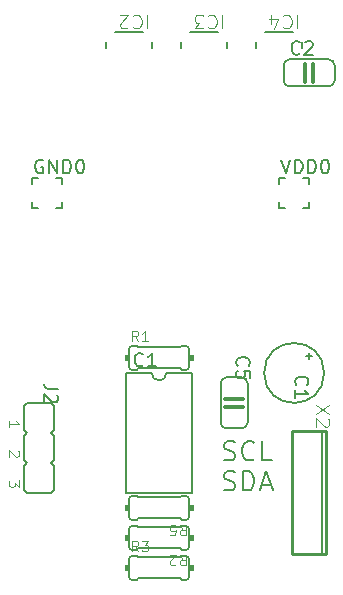
<source format=gbr>
%TF.GenerationSoftware,KiCad,Pcbnew,8.0.6*%
%TF.CreationDate,2025-06-26T12:50:08+02:00*%
%TF.ProjectId,PCF8583 1v3,50434638-3538-4332-9031-76332e6b6963,rev?*%
%TF.SameCoordinates,Original*%
%TF.FileFunction,Legend,Top*%
%TF.FilePolarity,Positive*%
%FSLAX46Y46*%
G04 Gerber Fmt 4.6, Leading zero omitted, Abs format (unit mm)*
G04 Created by KiCad (PCBNEW 8.0.6) date 2025-06-26 12:50:08*
%MOMM*%
%LPD*%
G01*
G04 APERTURE LIST*
%ADD10C,0.142240*%
%ADD11C,0.127000*%
%ADD12C,0.099060*%
%ADD13C,0.101600*%
%ADD14C,0.118872*%
%ADD15C,0.152400*%
%ADD16C,0.000000*%
%ADD17C,0.304800*%
%ADD18C,0.203200*%
%ADD19C,0.254000*%
G04 APERTURE END LIST*
D10*
X152881251Y-118683124D02*
X153114931Y-118761017D01*
X153114931Y-118761017D02*
X153504398Y-118761017D01*
X153504398Y-118761017D02*
X153660184Y-118683124D01*
X153660184Y-118683124D02*
X153738078Y-118605230D01*
X153738078Y-118605230D02*
X153815971Y-118449444D01*
X153815971Y-118449444D02*
X153815971Y-118293657D01*
X153815971Y-118293657D02*
X153738078Y-118137870D01*
X153738078Y-118137870D02*
X153660184Y-118059977D01*
X153660184Y-118059977D02*
X153504398Y-117982084D01*
X153504398Y-117982084D02*
X153192824Y-117904190D01*
X153192824Y-117904190D02*
X153037038Y-117826297D01*
X153037038Y-117826297D02*
X152959144Y-117748404D01*
X152959144Y-117748404D02*
X152881251Y-117592617D01*
X152881251Y-117592617D02*
X152881251Y-117436830D01*
X152881251Y-117436830D02*
X152959144Y-117281044D01*
X152959144Y-117281044D02*
X153037038Y-117203150D01*
X153037038Y-117203150D02*
X153192824Y-117125257D01*
X153192824Y-117125257D02*
X153582291Y-117125257D01*
X153582291Y-117125257D02*
X153815971Y-117203150D01*
X155451731Y-118605230D02*
X155373838Y-118683124D01*
X155373838Y-118683124D02*
X155140158Y-118761017D01*
X155140158Y-118761017D02*
X154984371Y-118761017D01*
X154984371Y-118761017D02*
X154750691Y-118683124D01*
X154750691Y-118683124D02*
X154594905Y-118527337D01*
X154594905Y-118527337D02*
X154517011Y-118371550D01*
X154517011Y-118371550D02*
X154439118Y-118059977D01*
X154439118Y-118059977D02*
X154439118Y-117826297D01*
X154439118Y-117826297D02*
X154517011Y-117514724D01*
X154517011Y-117514724D02*
X154594905Y-117358937D01*
X154594905Y-117358937D02*
X154750691Y-117203150D01*
X154750691Y-117203150D02*
X154984371Y-117125257D01*
X154984371Y-117125257D02*
X155140158Y-117125257D01*
X155140158Y-117125257D02*
X155373838Y-117203150D01*
X155373838Y-117203150D02*
X155451731Y-117281044D01*
X156931705Y-118761017D02*
X156152771Y-118761017D01*
X156152771Y-118761017D02*
X156152771Y-117125257D01*
X152881251Y-121223124D02*
X153114931Y-121301017D01*
X153114931Y-121301017D02*
X153504398Y-121301017D01*
X153504398Y-121301017D02*
X153660184Y-121223124D01*
X153660184Y-121223124D02*
X153738078Y-121145230D01*
X153738078Y-121145230D02*
X153815971Y-120989444D01*
X153815971Y-120989444D02*
X153815971Y-120833657D01*
X153815971Y-120833657D02*
X153738078Y-120677870D01*
X153738078Y-120677870D02*
X153660184Y-120599977D01*
X153660184Y-120599977D02*
X153504398Y-120522084D01*
X153504398Y-120522084D02*
X153192824Y-120444190D01*
X153192824Y-120444190D02*
X153037038Y-120366297D01*
X153037038Y-120366297D02*
X152959144Y-120288404D01*
X152959144Y-120288404D02*
X152881251Y-120132617D01*
X152881251Y-120132617D02*
X152881251Y-119976830D01*
X152881251Y-119976830D02*
X152959144Y-119821044D01*
X152959144Y-119821044D02*
X153037038Y-119743150D01*
X153037038Y-119743150D02*
X153192824Y-119665257D01*
X153192824Y-119665257D02*
X153582291Y-119665257D01*
X153582291Y-119665257D02*
X153815971Y-119743150D01*
X154517011Y-121301017D02*
X154517011Y-119665257D01*
X154517011Y-119665257D02*
X154906478Y-119665257D01*
X154906478Y-119665257D02*
X155140158Y-119743150D01*
X155140158Y-119743150D02*
X155295945Y-119898937D01*
X155295945Y-119898937D02*
X155373838Y-120054724D01*
X155373838Y-120054724D02*
X155451731Y-120366297D01*
X155451731Y-120366297D02*
X155451731Y-120599977D01*
X155451731Y-120599977D02*
X155373838Y-120911550D01*
X155373838Y-120911550D02*
X155295945Y-121067337D01*
X155295945Y-121067337D02*
X155140158Y-121223124D01*
X155140158Y-121223124D02*
X154906478Y-121301017D01*
X154906478Y-121301017D02*
X154517011Y-121301017D01*
X156074878Y-120833657D02*
X156853811Y-120833657D01*
X155919091Y-121301017D02*
X156464345Y-119665257D01*
X156464345Y-119665257D02*
X157009598Y-121301017D01*
D11*
X144830794Y-110795714D02*
X144830794Y-109652714D01*
X146028223Y-110686857D02*
X145973795Y-110741286D01*
X145973795Y-110741286D02*
X145810509Y-110795714D01*
X145810509Y-110795714D02*
X145701652Y-110795714D01*
X145701652Y-110795714D02*
X145538366Y-110741286D01*
X145538366Y-110741286D02*
X145429509Y-110632428D01*
X145429509Y-110632428D02*
X145375080Y-110523571D01*
X145375080Y-110523571D02*
X145320652Y-110305857D01*
X145320652Y-110305857D02*
X145320652Y-110142571D01*
X145320652Y-110142571D02*
X145375080Y-109924857D01*
X145375080Y-109924857D02*
X145429509Y-109816000D01*
X145429509Y-109816000D02*
X145538366Y-109707143D01*
X145538366Y-109707143D02*
X145701652Y-109652714D01*
X145701652Y-109652714D02*
X145810509Y-109652714D01*
X145810509Y-109652714D02*
X145973795Y-109707143D01*
X145973795Y-109707143D02*
X146028223Y-109761571D01*
X147116795Y-110795714D02*
X146463652Y-110795714D01*
X146790223Y-110795714D02*
X146790223Y-109652714D01*
X146790223Y-109652714D02*
X146681366Y-109816000D01*
X146681366Y-109816000D02*
X146572509Y-109924857D01*
X146572509Y-109924857D02*
X146463652Y-109979286D01*
D12*
X145642993Y-108668941D02*
X145345813Y-108244398D01*
X145133542Y-108668941D02*
X145133542Y-107777401D01*
X145133542Y-107777401D02*
X145473176Y-107777401D01*
X145473176Y-107777401D02*
X145558085Y-107819855D01*
X145558085Y-107819855D02*
X145600539Y-107862309D01*
X145600539Y-107862309D02*
X145642993Y-107947218D01*
X145642993Y-107947218D02*
X145642993Y-108074581D01*
X145642993Y-108074581D02*
X145600539Y-108159489D01*
X145600539Y-108159489D02*
X145558085Y-108201944D01*
X145558085Y-108201944D02*
X145473176Y-108244398D01*
X145473176Y-108244398D02*
X145133542Y-108244398D01*
X146492079Y-108668941D02*
X145982628Y-108668941D01*
X146237353Y-108668941D02*
X146237353Y-107777401D01*
X146237353Y-107777401D02*
X146152445Y-107904764D01*
X146152445Y-107904764D02*
X146067536Y-107989672D01*
X146067536Y-107989672D02*
X145982628Y-108032127D01*
D11*
X159014132Y-112371762D02*
X158959704Y-112317334D01*
X158959704Y-112317334D02*
X158905275Y-112154048D01*
X158905275Y-112154048D02*
X158905275Y-112045191D01*
X158905275Y-112045191D02*
X158959704Y-111881905D01*
X158959704Y-111881905D02*
X159068561Y-111773048D01*
X159068561Y-111773048D02*
X159177418Y-111718619D01*
X159177418Y-111718619D02*
X159395132Y-111664191D01*
X159395132Y-111664191D02*
X159558418Y-111664191D01*
X159558418Y-111664191D02*
X159776132Y-111718619D01*
X159776132Y-111718619D02*
X159884989Y-111773048D01*
X159884989Y-111773048D02*
X159993846Y-111881905D01*
X159993846Y-111881905D02*
X160048275Y-112045191D01*
X160048275Y-112045191D02*
X160048275Y-112154048D01*
X160048275Y-112154048D02*
X159993846Y-112317334D01*
X159993846Y-112317334D02*
X159939418Y-112371762D01*
X158905275Y-113460334D02*
X158905275Y-112807191D01*
X158905275Y-113133762D02*
X160048275Y-113133762D01*
X160048275Y-113133762D02*
X159884989Y-113024905D01*
X159884989Y-113024905D02*
X159776132Y-112916048D01*
X159776132Y-112916048D02*
X159721704Y-112807191D01*
D12*
X149149206Y-126728258D02*
X149446386Y-127152801D01*
X149658657Y-126728258D02*
X149658657Y-127619798D01*
X149658657Y-127619798D02*
X149319023Y-127619798D01*
X149319023Y-127619798D02*
X149234114Y-127577344D01*
X149234114Y-127577344D02*
X149191660Y-127534890D01*
X149191660Y-127534890D02*
X149149206Y-127449981D01*
X149149206Y-127449981D02*
X149149206Y-127322618D01*
X149149206Y-127322618D02*
X149191660Y-127237710D01*
X149191660Y-127237710D02*
X149234114Y-127195255D01*
X149234114Y-127195255D02*
X149319023Y-127152801D01*
X149319023Y-127152801D02*
X149658657Y-127152801D01*
X148809571Y-127534890D02*
X148767117Y-127577344D01*
X148767117Y-127577344D02*
X148682209Y-127619798D01*
X148682209Y-127619798D02*
X148469937Y-127619798D01*
X148469937Y-127619798D02*
X148385029Y-127577344D01*
X148385029Y-127577344D02*
X148342574Y-127534890D01*
X148342574Y-127534890D02*
X148300120Y-127449981D01*
X148300120Y-127449981D02*
X148300120Y-127365073D01*
X148300120Y-127365073D02*
X148342574Y-127237710D01*
X148342574Y-127237710D02*
X148852026Y-126728258D01*
X148852026Y-126728258D02*
X148300120Y-126728258D01*
X149149206Y-124188258D02*
X149446386Y-124612801D01*
X149658657Y-124188258D02*
X149658657Y-125079798D01*
X149658657Y-125079798D02*
X149319023Y-125079798D01*
X149319023Y-125079798D02*
X149234114Y-125037344D01*
X149234114Y-125037344D02*
X149191660Y-124994890D01*
X149191660Y-124994890D02*
X149149206Y-124909981D01*
X149149206Y-124909981D02*
X149149206Y-124782618D01*
X149149206Y-124782618D02*
X149191660Y-124697710D01*
X149191660Y-124697710D02*
X149234114Y-124655255D01*
X149234114Y-124655255D02*
X149319023Y-124612801D01*
X149319023Y-124612801D02*
X149658657Y-124612801D01*
X148342574Y-125079798D02*
X148767117Y-125079798D01*
X148767117Y-125079798D02*
X148809571Y-124655255D01*
X148809571Y-124655255D02*
X148767117Y-124697710D01*
X148767117Y-124697710D02*
X148682209Y-124740164D01*
X148682209Y-124740164D02*
X148469937Y-124740164D01*
X148469937Y-124740164D02*
X148385029Y-124697710D01*
X148385029Y-124697710D02*
X148342574Y-124655255D01*
X148342574Y-124655255D02*
X148300120Y-124570347D01*
X148300120Y-124570347D02*
X148300120Y-124358075D01*
X148300120Y-124358075D02*
X148342574Y-124273167D01*
X148342574Y-124273167D02*
X148385029Y-124230713D01*
X148385029Y-124230713D02*
X148469937Y-124188258D01*
X148469937Y-124188258D02*
X148682209Y-124188258D01*
X148682209Y-124188258D02*
X148767117Y-124230713D01*
X148767117Y-124230713D02*
X148809571Y-124273167D01*
D11*
X154061132Y-110720762D02*
X154006704Y-110666334D01*
X154006704Y-110666334D02*
X153952275Y-110503048D01*
X153952275Y-110503048D02*
X153952275Y-110394191D01*
X153952275Y-110394191D02*
X154006704Y-110230905D01*
X154006704Y-110230905D02*
X154115561Y-110122048D01*
X154115561Y-110122048D02*
X154224418Y-110067619D01*
X154224418Y-110067619D02*
X154442132Y-110013191D01*
X154442132Y-110013191D02*
X154605418Y-110013191D01*
X154605418Y-110013191D02*
X154823132Y-110067619D01*
X154823132Y-110067619D02*
X154931989Y-110122048D01*
X154931989Y-110122048D02*
X155040846Y-110230905D01*
X155040846Y-110230905D02*
X155095275Y-110394191D01*
X155095275Y-110394191D02*
X155095275Y-110503048D01*
X155095275Y-110503048D02*
X155040846Y-110666334D01*
X155040846Y-110666334D02*
X154986418Y-110720762D01*
X155095275Y-111754905D02*
X155095275Y-111210619D01*
X155095275Y-111210619D02*
X154550989Y-111156191D01*
X154550989Y-111156191D02*
X154605418Y-111210619D01*
X154605418Y-111210619D02*
X154659846Y-111319477D01*
X154659846Y-111319477D02*
X154659846Y-111591619D01*
X154659846Y-111591619D02*
X154605418Y-111700477D01*
X154605418Y-111700477D02*
X154550989Y-111754905D01*
X154550989Y-111754905D02*
X154442132Y-111809334D01*
X154442132Y-111809334D02*
X154169989Y-111809334D01*
X154169989Y-111809334D02*
X154061132Y-111754905D01*
X154061132Y-111754905D02*
X154006704Y-111700477D01*
X154006704Y-111700477D02*
X153952275Y-111591619D01*
X153952275Y-111591619D02*
X153952275Y-111319477D01*
X153952275Y-111319477D02*
X154006704Y-111210619D01*
X154006704Y-111210619D02*
X154061132Y-111156191D01*
D13*
X146416067Y-81016873D02*
X146416067Y-82185273D01*
X145192029Y-81128150D02*
X145247667Y-81072512D01*
X145247667Y-81072512D02*
X145414581Y-81016873D01*
X145414581Y-81016873D02*
X145525857Y-81016873D01*
X145525857Y-81016873D02*
X145692772Y-81072512D01*
X145692772Y-81072512D02*
X145804048Y-81183788D01*
X145804048Y-81183788D02*
X145859686Y-81295064D01*
X145859686Y-81295064D02*
X145915324Y-81517616D01*
X145915324Y-81517616D02*
X145915324Y-81684531D01*
X145915324Y-81684531D02*
X145859686Y-81907083D01*
X145859686Y-81907083D02*
X145804048Y-82018359D01*
X145804048Y-82018359D02*
X145692772Y-82129635D01*
X145692772Y-82129635D02*
X145525857Y-82185273D01*
X145525857Y-82185273D02*
X145414581Y-82185273D01*
X145414581Y-82185273D02*
X145247667Y-82129635D01*
X145247667Y-82129635D02*
X145192029Y-82073997D01*
X144746924Y-82073997D02*
X144691286Y-82129635D01*
X144691286Y-82129635D02*
X144580010Y-82185273D01*
X144580010Y-82185273D02*
X144301819Y-82185273D01*
X144301819Y-82185273D02*
X144190543Y-82129635D01*
X144190543Y-82129635D02*
X144134905Y-82073997D01*
X144134905Y-82073997D02*
X144079267Y-81962721D01*
X144079267Y-81962721D02*
X144079267Y-81851445D01*
X144079267Y-81851445D02*
X144134905Y-81684531D01*
X144134905Y-81684531D02*
X144802562Y-81016873D01*
X144802562Y-81016873D02*
X144079267Y-81016873D01*
D11*
X138839275Y-112698334D02*
X138022846Y-112698334D01*
X138022846Y-112698334D02*
X137859561Y-112643905D01*
X137859561Y-112643905D02*
X137750704Y-112535048D01*
X137750704Y-112535048D02*
X137696275Y-112371762D01*
X137696275Y-112371762D02*
X137696275Y-112262905D01*
X138730418Y-113188191D02*
X138784846Y-113242619D01*
X138784846Y-113242619D02*
X138839275Y-113351477D01*
X138839275Y-113351477D02*
X138839275Y-113623619D01*
X138839275Y-113623619D02*
X138784846Y-113732477D01*
X138784846Y-113732477D02*
X138730418Y-113786905D01*
X138730418Y-113786905D02*
X138621561Y-113841334D01*
X138621561Y-113841334D02*
X138512704Y-113841334D01*
X138512704Y-113841334D02*
X138349418Y-113786905D01*
X138349418Y-113786905D02*
X137696275Y-113133762D01*
X137696275Y-113133762D02*
X137696275Y-113841334D01*
D14*
X135553692Y-120441337D02*
X135553692Y-120980978D01*
X135553692Y-120980978D02*
X135221605Y-120690402D01*
X135221605Y-120690402D02*
X135221605Y-120814935D01*
X135221605Y-120814935D02*
X135180094Y-120897957D01*
X135180094Y-120897957D02*
X135138583Y-120939467D01*
X135138583Y-120939467D02*
X135055561Y-120980978D01*
X135055561Y-120980978D02*
X134848007Y-120980978D01*
X134848007Y-120980978D02*
X134764985Y-120939467D01*
X134764985Y-120939467D02*
X134723475Y-120897957D01*
X134723475Y-120897957D02*
X134681964Y-120814935D01*
X134681964Y-120814935D02*
X134681964Y-120565870D01*
X134681964Y-120565870D02*
X134723475Y-120482848D01*
X134723475Y-120482848D02*
X134764985Y-120441337D01*
X135470670Y-117942848D02*
X135512181Y-117984359D01*
X135512181Y-117984359D02*
X135553692Y-118067381D01*
X135553692Y-118067381D02*
X135553692Y-118274935D01*
X135553692Y-118274935D02*
X135512181Y-118357957D01*
X135512181Y-118357957D02*
X135470670Y-118399467D01*
X135470670Y-118399467D02*
X135387648Y-118440978D01*
X135387648Y-118440978D02*
X135304627Y-118440978D01*
X135304627Y-118440978D02*
X135180094Y-118399467D01*
X135180094Y-118399467D02*
X134681964Y-117901337D01*
X134681964Y-117901337D02*
X134681964Y-118440978D01*
X134681964Y-115900978D02*
X134681964Y-115402848D01*
X134681964Y-115651913D02*
X135553692Y-115651913D01*
X135553692Y-115651913D02*
X135429159Y-115568891D01*
X135429159Y-115568891D02*
X135346137Y-115485870D01*
X135346137Y-115485870D02*
X135304627Y-115402848D01*
D11*
X157748509Y-93295114D02*
X158129509Y-94438114D01*
X158129509Y-94438114D02*
X158510509Y-93295114D01*
X158891508Y-94438114D02*
X158891508Y-93295114D01*
X158891508Y-93295114D02*
X159163651Y-93295114D01*
X159163651Y-93295114D02*
X159326937Y-93349543D01*
X159326937Y-93349543D02*
X159435794Y-93458400D01*
X159435794Y-93458400D02*
X159490223Y-93567257D01*
X159490223Y-93567257D02*
X159544651Y-93784971D01*
X159544651Y-93784971D02*
X159544651Y-93948257D01*
X159544651Y-93948257D02*
X159490223Y-94165971D01*
X159490223Y-94165971D02*
X159435794Y-94274828D01*
X159435794Y-94274828D02*
X159326937Y-94383686D01*
X159326937Y-94383686D02*
X159163651Y-94438114D01*
X159163651Y-94438114D02*
X158891508Y-94438114D01*
X160034508Y-94438114D02*
X160034508Y-93295114D01*
X160034508Y-93295114D02*
X160306651Y-93295114D01*
X160306651Y-93295114D02*
X160469937Y-93349543D01*
X160469937Y-93349543D02*
X160578794Y-93458400D01*
X160578794Y-93458400D02*
X160633223Y-93567257D01*
X160633223Y-93567257D02*
X160687651Y-93784971D01*
X160687651Y-93784971D02*
X160687651Y-93948257D01*
X160687651Y-93948257D02*
X160633223Y-94165971D01*
X160633223Y-94165971D02*
X160578794Y-94274828D01*
X160578794Y-94274828D02*
X160469937Y-94383686D01*
X160469937Y-94383686D02*
X160306651Y-94438114D01*
X160306651Y-94438114D02*
X160034508Y-94438114D01*
X161395223Y-93295114D02*
X161504080Y-93295114D01*
X161504080Y-93295114D02*
X161612937Y-93349543D01*
X161612937Y-93349543D02*
X161667366Y-93403971D01*
X161667366Y-93403971D02*
X161721794Y-93512828D01*
X161721794Y-93512828D02*
X161776223Y-93730543D01*
X161776223Y-93730543D02*
X161776223Y-94002686D01*
X161776223Y-94002686D02*
X161721794Y-94220400D01*
X161721794Y-94220400D02*
X161667366Y-94329257D01*
X161667366Y-94329257D02*
X161612937Y-94383686D01*
X161612937Y-94383686D02*
X161504080Y-94438114D01*
X161504080Y-94438114D02*
X161395223Y-94438114D01*
X161395223Y-94438114D02*
X161286366Y-94383686D01*
X161286366Y-94383686D02*
X161231937Y-94329257D01*
X161231937Y-94329257D02*
X161177508Y-94220400D01*
X161177508Y-94220400D02*
X161123080Y-94002686D01*
X161123080Y-94002686D02*
X161123080Y-93730543D01*
X161123080Y-93730543D02*
X161177508Y-93512828D01*
X161177508Y-93512828D02*
X161231937Y-93403971D01*
X161231937Y-93403971D02*
X161286366Y-93349543D01*
X161286366Y-93349543D02*
X161395223Y-93295114D01*
X137555509Y-93349543D02*
X137446652Y-93295114D01*
X137446652Y-93295114D02*
X137283366Y-93295114D01*
X137283366Y-93295114D02*
X137120080Y-93349543D01*
X137120080Y-93349543D02*
X137011223Y-93458400D01*
X137011223Y-93458400D02*
X136956794Y-93567257D01*
X136956794Y-93567257D02*
X136902366Y-93784971D01*
X136902366Y-93784971D02*
X136902366Y-93948257D01*
X136902366Y-93948257D02*
X136956794Y-94165971D01*
X136956794Y-94165971D02*
X137011223Y-94274828D01*
X137011223Y-94274828D02*
X137120080Y-94383686D01*
X137120080Y-94383686D02*
X137283366Y-94438114D01*
X137283366Y-94438114D02*
X137392223Y-94438114D01*
X137392223Y-94438114D02*
X137555509Y-94383686D01*
X137555509Y-94383686D02*
X137609937Y-94329257D01*
X137609937Y-94329257D02*
X137609937Y-93948257D01*
X137609937Y-93948257D02*
X137392223Y-93948257D01*
X138099794Y-94438114D02*
X138099794Y-93295114D01*
X138099794Y-93295114D02*
X138752937Y-94438114D01*
X138752937Y-94438114D02*
X138752937Y-93295114D01*
X139297223Y-94438114D02*
X139297223Y-93295114D01*
X139297223Y-93295114D02*
X139569366Y-93295114D01*
X139569366Y-93295114D02*
X139732652Y-93349543D01*
X139732652Y-93349543D02*
X139841509Y-93458400D01*
X139841509Y-93458400D02*
X139895938Y-93567257D01*
X139895938Y-93567257D02*
X139950366Y-93784971D01*
X139950366Y-93784971D02*
X139950366Y-93948257D01*
X139950366Y-93948257D02*
X139895938Y-94165971D01*
X139895938Y-94165971D02*
X139841509Y-94274828D01*
X139841509Y-94274828D02*
X139732652Y-94383686D01*
X139732652Y-94383686D02*
X139569366Y-94438114D01*
X139569366Y-94438114D02*
X139297223Y-94438114D01*
X140657938Y-93295114D02*
X140766795Y-93295114D01*
X140766795Y-93295114D02*
X140875652Y-93349543D01*
X140875652Y-93349543D02*
X140930081Y-93403971D01*
X140930081Y-93403971D02*
X140984509Y-93512828D01*
X140984509Y-93512828D02*
X141038938Y-93730543D01*
X141038938Y-93730543D02*
X141038938Y-94002686D01*
X141038938Y-94002686D02*
X140984509Y-94220400D01*
X140984509Y-94220400D02*
X140930081Y-94329257D01*
X140930081Y-94329257D02*
X140875652Y-94383686D01*
X140875652Y-94383686D02*
X140766795Y-94438114D01*
X140766795Y-94438114D02*
X140657938Y-94438114D01*
X140657938Y-94438114D02*
X140549081Y-94383686D01*
X140549081Y-94383686D02*
X140494652Y-94329257D01*
X140494652Y-94329257D02*
X140440223Y-94220400D01*
X140440223Y-94220400D02*
X140385795Y-94002686D01*
X140385795Y-94002686D02*
X140385795Y-93730543D01*
X140385795Y-93730543D02*
X140440223Y-93512828D01*
X140440223Y-93512828D02*
X140494652Y-93403971D01*
X140494652Y-93403971D02*
X140549081Y-93349543D01*
X140549081Y-93349543D02*
X140657938Y-93295114D01*
D13*
X161823745Y-114049148D02*
X160655345Y-114828081D01*
X161823745Y-114828081D02*
X160655345Y-114049148D01*
X161712469Y-115217548D02*
X161768107Y-115273186D01*
X161768107Y-115273186D02*
X161823745Y-115384462D01*
X161823745Y-115384462D02*
X161823745Y-115662653D01*
X161823745Y-115662653D02*
X161768107Y-115773929D01*
X161768107Y-115773929D02*
X161712469Y-115829567D01*
X161712469Y-115829567D02*
X161601193Y-115885205D01*
X161601193Y-115885205D02*
X161489917Y-115885205D01*
X161489917Y-115885205D02*
X161323003Y-115829567D01*
X161323003Y-115829567D02*
X160655345Y-115161910D01*
X160655345Y-115161910D02*
X160655345Y-115885205D01*
D12*
X145642993Y-126448941D02*
X145345813Y-126024398D01*
X145133542Y-126448941D02*
X145133542Y-125557401D01*
X145133542Y-125557401D02*
X145473176Y-125557401D01*
X145473176Y-125557401D02*
X145558085Y-125599855D01*
X145558085Y-125599855D02*
X145600539Y-125642309D01*
X145600539Y-125642309D02*
X145642993Y-125727218D01*
X145642993Y-125727218D02*
X145642993Y-125854581D01*
X145642993Y-125854581D02*
X145600539Y-125939489D01*
X145600539Y-125939489D02*
X145558085Y-125981944D01*
X145558085Y-125981944D02*
X145473176Y-126024398D01*
X145473176Y-126024398D02*
X145133542Y-126024398D01*
X145940173Y-125557401D02*
X146492079Y-125557401D01*
X146492079Y-125557401D02*
X146194899Y-125897035D01*
X146194899Y-125897035D02*
X146322262Y-125897035D01*
X146322262Y-125897035D02*
X146407171Y-125939489D01*
X146407171Y-125939489D02*
X146449625Y-125981944D01*
X146449625Y-125981944D02*
X146492079Y-126066852D01*
X146492079Y-126066852D02*
X146492079Y-126279124D01*
X146492079Y-126279124D02*
X146449625Y-126364032D01*
X146449625Y-126364032D02*
X146407171Y-126406487D01*
X146407171Y-126406487D02*
X146322262Y-126448941D01*
X146322262Y-126448941D02*
X146067536Y-126448941D01*
X146067536Y-126448941D02*
X145982628Y-126406487D01*
X145982628Y-126406487D02*
X145940173Y-126364032D01*
D13*
X152766067Y-81016873D02*
X152766067Y-82185273D01*
X151542029Y-81128150D02*
X151597667Y-81072512D01*
X151597667Y-81072512D02*
X151764581Y-81016873D01*
X151764581Y-81016873D02*
X151875857Y-81016873D01*
X151875857Y-81016873D02*
X152042772Y-81072512D01*
X152042772Y-81072512D02*
X152154048Y-81183788D01*
X152154048Y-81183788D02*
X152209686Y-81295064D01*
X152209686Y-81295064D02*
X152265324Y-81517616D01*
X152265324Y-81517616D02*
X152265324Y-81684531D01*
X152265324Y-81684531D02*
X152209686Y-81907083D01*
X152209686Y-81907083D02*
X152154048Y-82018359D01*
X152154048Y-82018359D02*
X152042772Y-82129635D01*
X152042772Y-82129635D02*
X151875857Y-82185273D01*
X151875857Y-82185273D02*
X151764581Y-82185273D01*
X151764581Y-82185273D02*
X151597667Y-82129635D01*
X151597667Y-82129635D02*
X151542029Y-82073997D01*
X151152562Y-82185273D02*
X150429267Y-82185273D01*
X150429267Y-82185273D02*
X150818734Y-81740169D01*
X150818734Y-81740169D02*
X150651819Y-81740169D01*
X150651819Y-81740169D02*
X150540543Y-81684531D01*
X150540543Y-81684531D02*
X150484905Y-81628892D01*
X150484905Y-81628892D02*
X150429267Y-81517616D01*
X150429267Y-81517616D02*
X150429267Y-81239426D01*
X150429267Y-81239426D02*
X150484905Y-81128150D01*
X150484905Y-81128150D02*
X150540543Y-81072512D01*
X150540543Y-81072512D02*
X150651819Y-81016873D01*
X150651819Y-81016873D02*
X150985648Y-81016873D01*
X150985648Y-81016873D02*
X151096924Y-81072512D01*
X151096924Y-81072512D02*
X151152562Y-81128150D01*
X159116067Y-81016873D02*
X159116067Y-82185273D01*
X157892029Y-81128150D02*
X157947667Y-81072512D01*
X157947667Y-81072512D02*
X158114581Y-81016873D01*
X158114581Y-81016873D02*
X158225857Y-81016873D01*
X158225857Y-81016873D02*
X158392772Y-81072512D01*
X158392772Y-81072512D02*
X158504048Y-81183788D01*
X158504048Y-81183788D02*
X158559686Y-81295064D01*
X158559686Y-81295064D02*
X158615324Y-81517616D01*
X158615324Y-81517616D02*
X158615324Y-81684531D01*
X158615324Y-81684531D02*
X158559686Y-81907083D01*
X158559686Y-81907083D02*
X158504048Y-82018359D01*
X158504048Y-82018359D02*
X158392772Y-82129635D01*
X158392772Y-82129635D02*
X158225857Y-82185273D01*
X158225857Y-82185273D02*
X158114581Y-82185273D01*
X158114581Y-82185273D02*
X157947667Y-82129635D01*
X157947667Y-82129635D02*
X157892029Y-82073997D01*
X156890543Y-81795807D02*
X156890543Y-81016873D01*
X157168734Y-82240912D02*
X157446924Y-81406340D01*
X157446924Y-81406340D02*
X156723629Y-81406340D01*
D11*
X159326937Y-84296257D02*
X159272509Y-84350686D01*
X159272509Y-84350686D02*
X159109223Y-84405114D01*
X159109223Y-84405114D02*
X159000366Y-84405114D01*
X159000366Y-84405114D02*
X158837080Y-84350686D01*
X158837080Y-84350686D02*
X158728223Y-84241828D01*
X158728223Y-84241828D02*
X158673794Y-84132971D01*
X158673794Y-84132971D02*
X158619366Y-83915257D01*
X158619366Y-83915257D02*
X158619366Y-83751971D01*
X158619366Y-83751971D02*
X158673794Y-83534257D01*
X158673794Y-83534257D02*
X158728223Y-83425400D01*
X158728223Y-83425400D02*
X158837080Y-83316543D01*
X158837080Y-83316543D02*
X159000366Y-83262114D01*
X159000366Y-83262114D02*
X159109223Y-83262114D01*
X159109223Y-83262114D02*
X159272509Y-83316543D01*
X159272509Y-83316543D02*
X159326937Y-83370971D01*
X159762366Y-83370971D02*
X159816794Y-83316543D01*
X159816794Y-83316543D02*
X159925652Y-83262114D01*
X159925652Y-83262114D02*
X160197794Y-83262114D01*
X160197794Y-83262114D02*
X160306652Y-83316543D01*
X160306652Y-83316543D02*
X160361080Y-83370971D01*
X160361080Y-83370971D02*
X160415509Y-83479828D01*
X160415509Y-83479828D02*
X160415509Y-83588686D01*
X160415509Y-83588686D02*
X160361080Y-83751971D01*
X160361080Y-83751971D02*
X159707937Y-84405114D01*
X159707937Y-84405114D02*
X160415509Y-84405114D01*
D15*
%TO.C,IC1*%
X150190100Y-111348600D02*
X148031100Y-111348600D01*
X150190100Y-121508600D02*
X150190100Y-111348600D01*
X144602100Y-121508600D02*
X150190100Y-121508600D01*
X144602100Y-111348600D02*
X144602100Y-121508600D01*
X146761100Y-111348600D02*
X144602100Y-111348600D01*
X148031100Y-111348600D02*
G75*
G02*
X146761100Y-111348600I-635000J0D01*
G01*
D16*
%TO.C,R1*%
G36*
X144856100Y-110332600D02*
G01*
X144475100Y-110332600D01*
X144475100Y-109824600D01*
X144856100Y-109824600D01*
X144856100Y-110332600D01*
G37*
G36*
X150317100Y-110332600D02*
G01*
X149936100Y-110332600D01*
X149936100Y-109824600D01*
X150317100Y-109824600D01*
X150317100Y-110332600D01*
G37*
D15*
X149936100Y-110840600D02*
X149936100Y-109316600D01*
X149682100Y-111094600D02*
X149301100Y-111094600D01*
X149682100Y-109062600D02*
X149301100Y-109062600D01*
X149174100Y-110967600D02*
X145618100Y-110967600D01*
X149174100Y-110967600D02*
X149301100Y-111094600D01*
X149174100Y-109189600D02*
X145618100Y-109189600D01*
X149174100Y-109189600D02*
X149301100Y-109062600D01*
X145618100Y-110967600D02*
X145491100Y-111094600D01*
X145110100Y-111094600D02*
X145491100Y-111094600D01*
X145618100Y-109189600D02*
X145491100Y-109062600D01*
X145110100Y-109062600D02*
X145491100Y-109062600D01*
X144856100Y-110840600D02*
X144856100Y-109316600D01*
X149682100Y-109062600D02*
G75*
G02*
X149936100Y-109316600I0J-254000D01*
G01*
X149936100Y-110840600D02*
G75*
G02*
X149682100Y-111094600I-254000J0D01*
G01*
X145110100Y-111094600D02*
G75*
G02*
X144856100Y-110840600I0J254000D01*
G01*
X144856100Y-109316600D02*
G75*
G02*
X145110100Y-109062600I254000J0D01*
G01*
%TO.C,C1*%
X161366100Y-111348600D02*
G75*
G02*
X156286100Y-111348600I-2540000J0D01*
G01*
X156286100Y-111348600D02*
G75*
G02*
X161366100Y-111348600I2540000J0D01*
G01*
X160096100Y-109951600D02*
X160350100Y-109951600D01*
X160096100Y-109951600D02*
X160096100Y-110205600D01*
X159842100Y-109951600D02*
X160096100Y-109951600D01*
X160096100Y-109697600D02*
X160096100Y-109951600D01*
D16*
%TO.C,R2*%
G36*
X150317100Y-125572600D02*
G01*
X149936100Y-125572600D01*
X149936100Y-125064600D01*
X150317100Y-125064600D01*
X150317100Y-125572600D01*
G37*
G36*
X144856100Y-125572600D02*
G01*
X144475100Y-125572600D01*
X144475100Y-125064600D01*
X144856100Y-125064600D01*
X144856100Y-125572600D01*
G37*
D15*
X144856100Y-124556600D02*
X144856100Y-126080600D01*
X145110100Y-124302600D02*
X145491100Y-124302600D01*
X145110100Y-126334600D02*
X145491100Y-126334600D01*
X145618100Y-124429600D02*
X149174100Y-124429600D01*
X145618100Y-124429600D02*
X145491100Y-124302600D01*
X145618100Y-126207600D02*
X149174100Y-126207600D01*
X145618100Y-126207600D02*
X145491100Y-126334600D01*
X149174100Y-124429600D02*
X149301100Y-124302600D01*
X149682100Y-124302600D02*
X149301100Y-124302600D01*
X149174100Y-126207600D02*
X149301100Y-126334600D01*
X149682100Y-126334600D02*
X149301100Y-126334600D01*
X149936100Y-124556600D02*
X149936100Y-126080600D01*
X145110100Y-126334600D02*
G75*
G02*
X144856100Y-126080600I0J254000D01*
G01*
X144856100Y-124556600D02*
G75*
G02*
X145110100Y-124302600I254000J0D01*
G01*
X149682100Y-124302600D02*
G75*
G02*
X149936100Y-124556600I0J-254000D01*
G01*
X149936100Y-126080600D02*
G75*
G02*
X149682100Y-126334600I-254000J0D01*
G01*
D16*
%TO.C,R5*%
G36*
X150317100Y-123032600D02*
G01*
X149936100Y-123032600D01*
X149936100Y-122524600D01*
X150317100Y-122524600D01*
X150317100Y-123032600D01*
G37*
G36*
X144856100Y-123032600D02*
G01*
X144475100Y-123032600D01*
X144475100Y-122524600D01*
X144856100Y-122524600D01*
X144856100Y-123032600D01*
G37*
D15*
X144856100Y-122016600D02*
X144856100Y-123540600D01*
X145110100Y-121762600D02*
X145491100Y-121762600D01*
X145110100Y-123794600D02*
X145491100Y-123794600D01*
X145618100Y-121889600D02*
X149174100Y-121889600D01*
X145618100Y-121889600D02*
X145491100Y-121762600D01*
X145618100Y-123667600D02*
X149174100Y-123667600D01*
X145618100Y-123667600D02*
X145491100Y-123794600D01*
X149174100Y-121889600D02*
X149301100Y-121762600D01*
X149682100Y-121762600D02*
X149301100Y-121762600D01*
X149174100Y-123667600D02*
X149301100Y-123794600D01*
X149682100Y-123794600D02*
X149301100Y-123794600D01*
X149936100Y-122016600D02*
X149936100Y-123540600D01*
X145110100Y-123794600D02*
G75*
G02*
X144856100Y-123540600I0J254000D01*
G01*
X144856100Y-122016600D02*
G75*
G02*
X145110100Y-121762600I254000J0D01*
G01*
X149682100Y-121762600D02*
G75*
G02*
X149936100Y-122016600I0J-254000D01*
G01*
X149936100Y-123540600D02*
G75*
G02*
X149682100Y-123794600I-254000J0D01*
G01*
D17*
%TO.C,C5*%
X154508100Y-114218800D02*
X152984100Y-114218800D01*
X154508100Y-113583800D02*
X152984100Y-113583800D01*
D15*
X153111100Y-116047600D02*
G75*
G02*
X152603100Y-115539600I0J508000D01*
G01*
X154889100Y-115539600D02*
G75*
G02*
X154381100Y-116047600I-508000J0D01*
G01*
X152603100Y-115539600D02*
X152603100Y-112237600D01*
X153111100Y-116047600D02*
X154381100Y-116047600D01*
X154889100Y-115539600D02*
X154889100Y-112237600D01*
X152603100Y-112237600D02*
G75*
G02*
X153111100Y-111729600I508000J0D01*
G01*
X154381100Y-111729600D02*
G75*
G02*
X154889100Y-112237600I0J-508000D01*
G01*
X153111100Y-111729600D02*
X154381100Y-111729600D01*
D18*
%TO.C,IC2*%
X142906100Y-83298600D02*
X142906100Y-83833600D01*
X146016100Y-82508600D02*
X143696100Y-82508600D01*
X146806100Y-83833600D02*
X146806100Y-83298600D01*
D15*
%TO.C,J2*%
X135966100Y-116174600D02*
X135966100Y-114142600D01*
X135966100Y-118714600D02*
X135966100Y-116682600D01*
X136220100Y-113888600D02*
X135966100Y-114142600D01*
X135966100Y-116174600D02*
X136220100Y-116428600D01*
X136220100Y-116428600D02*
X135966100Y-116682600D01*
X135966100Y-118714600D02*
X136220100Y-118968600D01*
X138506100Y-116174600D02*
X138506100Y-114142600D01*
X138252100Y-113888600D02*
X138506100Y-114142600D01*
X138506100Y-116174600D02*
X138252100Y-116428600D01*
X138252100Y-116428600D02*
X138506100Y-116682600D01*
X138506100Y-118714600D02*
X138506100Y-116682600D01*
X138506100Y-118714600D02*
X138252100Y-118968600D01*
X138252100Y-121508600D02*
X136220100Y-121508600D01*
X138506100Y-121254600D02*
X138252100Y-121508600D01*
X135966100Y-121254600D02*
X136220100Y-121508600D01*
X136220100Y-118968600D02*
X135966100Y-119222600D01*
X135966100Y-121254600D02*
X135966100Y-119222600D01*
X138252100Y-118968600D02*
X138506100Y-119222600D01*
X138506100Y-121254600D02*
X138506100Y-119222600D01*
X136220100Y-113888600D02*
X138252100Y-113888600D01*
%TO.C,VDD0*%
X160096100Y-97378600D02*
X160096100Y-96870600D01*
X159588100Y-97378600D02*
X160096100Y-97378600D01*
X157556100Y-97378600D02*
X158064100Y-97378600D01*
X157556100Y-97378600D02*
X157556100Y-96870600D01*
X157556100Y-94838600D02*
X157556100Y-95346600D01*
X157556100Y-94838600D02*
X158064100Y-94838600D01*
X160096100Y-94838600D02*
X159588100Y-94838600D01*
X160096100Y-94838600D02*
X160096100Y-95346600D01*
%TO.C,GND0*%
X139141100Y-97378600D02*
X139141100Y-96870600D01*
X138633100Y-97378600D02*
X139141100Y-97378600D01*
X136601100Y-97378600D02*
X137109100Y-97378600D01*
X136601100Y-97378600D02*
X136601100Y-96870600D01*
X136601100Y-94838600D02*
X136601100Y-95346600D01*
X136601100Y-94838600D02*
X137109100Y-94838600D01*
X139141100Y-94838600D02*
X138633100Y-94838600D01*
X139141100Y-94838600D02*
X139141100Y-95346600D01*
%TO.C,X2*%
X161196100Y-116408600D02*
X161196100Y-126608600D01*
D19*
X161546100Y-116298600D02*
X158646100Y-116298600D01*
X161546100Y-126718600D02*
X161546100Y-116298600D01*
X158646100Y-126718600D02*
X161546100Y-126718600D01*
X158646100Y-116298600D02*
X158646100Y-126718600D01*
D16*
%TO.C,R3*%
G36*
X144856100Y-128112600D02*
G01*
X144475100Y-128112600D01*
X144475100Y-127604600D01*
X144856100Y-127604600D01*
X144856100Y-128112600D01*
G37*
G36*
X150317100Y-128112600D02*
G01*
X149936100Y-128112600D01*
X149936100Y-127604600D01*
X150317100Y-127604600D01*
X150317100Y-128112600D01*
G37*
D15*
X149936100Y-128620600D02*
X149936100Y-127096600D01*
X149682100Y-128874600D02*
X149301100Y-128874600D01*
X149682100Y-126842600D02*
X149301100Y-126842600D01*
X149174100Y-128747600D02*
X145618100Y-128747600D01*
X149174100Y-128747600D02*
X149301100Y-128874600D01*
X149174100Y-126969600D02*
X145618100Y-126969600D01*
X149174100Y-126969600D02*
X149301100Y-126842600D01*
X145618100Y-128747600D02*
X145491100Y-128874600D01*
X145110100Y-128874600D02*
X145491100Y-128874600D01*
X145618100Y-126969600D02*
X145491100Y-126842600D01*
X145110100Y-126842600D02*
X145491100Y-126842600D01*
X144856100Y-128620600D02*
X144856100Y-127096600D01*
X149682100Y-126842600D02*
G75*
G02*
X149936100Y-127096600I0J-254000D01*
G01*
X149936100Y-128620600D02*
G75*
G02*
X149682100Y-128874600I-254000J0D01*
G01*
X145110100Y-128874600D02*
G75*
G02*
X144856100Y-128620600I0J254000D01*
G01*
X144856100Y-127096600D02*
G75*
G02*
X145110100Y-126842600I254000J0D01*
G01*
D18*
%TO.C,IC3*%
X149256100Y-83298600D02*
X149256100Y-83833600D01*
X152366100Y-82508600D02*
X150046100Y-82508600D01*
X153156100Y-83833600D02*
X153156100Y-83298600D01*
%TO.C,IC4*%
X155606100Y-83298600D02*
X155606100Y-83833600D01*
X158716100Y-82508600D02*
X156396100Y-82508600D01*
X159506100Y-83833600D02*
X159506100Y-83298600D01*
D17*
%TO.C,C2*%
X160426300Y-85186600D02*
X160426300Y-86710600D01*
X159791300Y-85186600D02*
X159791300Y-86710600D01*
D15*
X162255100Y-86583600D02*
G75*
G02*
X161747100Y-87091600I-508000J0D01*
G01*
X161747100Y-84805600D02*
G75*
G02*
X162255100Y-85313600I0J-508000D01*
G01*
X161747100Y-87091600D02*
X158445100Y-87091600D01*
X162255100Y-86583600D02*
X162255100Y-85313600D01*
X161747100Y-84805600D02*
X158445100Y-84805600D01*
X158445100Y-87091600D02*
G75*
G02*
X157937100Y-86583600I0J508000D01*
G01*
X157937100Y-85313600D02*
G75*
G02*
X158445100Y-84805600I508000J0D01*
G01*
X157937100Y-86583600D02*
X157937100Y-85313600D01*
%TD*%
M02*

</source>
